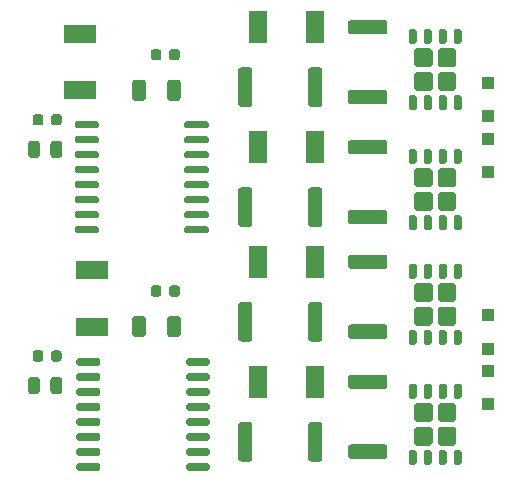
<source format=gbr>
%TF.GenerationSoftware,KiCad,Pcbnew,(5.1.9)-1*%
%TF.CreationDate,2021-03-05T12:04:40-05:00*%
%TF.ProjectId,driver_board,64726976-6572-45f6-926f-6172642e6b69,rev?*%
%TF.SameCoordinates,Original*%
%TF.FileFunction,Paste,Top*%
%TF.FilePolarity,Positive*%
%FSLAX46Y46*%
G04 Gerber Fmt 4.6, Leading zero omitted, Abs format (unit mm)*
G04 Created by KiCad (PCBNEW (5.1.9)-1) date 2021-03-05 12:04:40*
%MOMM*%
%LPD*%
G01*
G04 APERTURE LIST*
%ADD10R,2.700000X1.500000*%
%ADD11R,1.500000X2.700000*%
%ADD12R,1.100000X1.100000*%
G04 APERTURE END LIST*
%TO.C,U2*%
G36*
G01*
X78195000Y-135835000D02*
X78195000Y-136135000D01*
G75*
G02*
X78045000Y-136285000I-150000J0D01*
G01*
X76295000Y-136285000D01*
G75*
G02*
X76145000Y-136135000I0J150000D01*
G01*
X76145000Y-135835000D01*
G75*
G02*
X76295000Y-135685000I150000J0D01*
G01*
X78045000Y-135685000D01*
G75*
G02*
X78195000Y-135835000I0J-150000D01*
G01*
G37*
G36*
G01*
X78195000Y-134565000D02*
X78195000Y-134865000D01*
G75*
G02*
X78045000Y-135015000I-150000J0D01*
G01*
X76295000Y-135015000D01*
G75*
G02*
X76145000Y-134865000I0J150000D01*
G01*
X76145000Y-134565000D01*
G75*
G02*
X76295000Y-134415000I150000J0D01*
G01*
X78045000Y-134415000D01*
G75*
G02*
X78195000Y-134565000I0J-150000D01*
G01*
G37*
G36*
G01*
X78195000Y-133295000D02*
X78195000Y-133595000D01*
G75*
G02*
X78045000Y-133745000I-150000J0D01*
G01*
X76295000Y-133745000D01*
G75*
G02*
X76145000Y-133595000I0J150000D01*
G01*
X76145000Y-133295000D01*
G75*
G02*
X76295000Y-133145000I150000J0D01*
G01*
X78045000Y-133145000D01*
G75*
G02*
X78195000Y-133295000I0J-150000D01*
G01*
G37*
G36*
G01*
X78195000Y-132025000D02*
X78195000Y-132325000D01*
G75*
G02*
X78045000Y-132475000I-150000J0D01*
G01*
X76295000Y-132475000D01*
G75*
G02*
X76145000Y-132325000I0J150000D01*
G01*
X76145000Y-132025000D01*
G75*
G02*
X76295000Y-131875000I150000J0D01*
G01*
X78045000Y-131875000D01*
G75*
G02*
X78195000Y-132025000I0J-150000D01*
G01*
G37*
G36*
G01*
X78195000Y-130755000D02*
X78195000Y-131055000D01*
G75*
G02*
X78045000Y-131205000I-150000J0D01*
G01*
X76295000Y-131205000D01*
G75*
G02*
X76145000Y-131055000I0J150000D01*
G01*
X76145000Y-130755000D01*
G75*
G02*
X76295000Y-130605000I150000J0D01*
G01*
X78045000Y-130605000D01*
G75*
G02*
X78195000Y-130755000I0J-150000D01*
G01*
G37*
G36*
G01*
X78195000Y-129485000D02*
X78195000Y-129785000D01*
G75*
G02*
X78045000Y-129935000I-150000J0D01*
G01*
X76295000Y-129935000D01*
G75*
G02*
X76145000Y-129785000I0J150000D01*
G01*
X76145000Y-129485000D01*
G75*
G02*
X76295000Y-129335000I150000J0D01*
G01*
X78045000Y-129335000D01*
G75*
G02*
X78195000Y-129485000I0J-150000D01*
G01*
G37*
G36*
G01*
X78195000Y-128215000D02*
X78195000Y-128515000D01*
G75*
G02*
X78045000Y-128665000I-150000J0D01*
G01*
X76295000Y-128665000D01*
G75*
G02*
X76145000Y-128515000I0J150000D01*
G01*
X76145000Y-128215000D01*
G75*
G02*
X76295000Y-128065000I150000J0D01*
G01*
X78045000Y-128065000D01*
G75*
G02*
X78195000Y-128215000I0J-150000D01*
G01*
G37*
G36*
G01*
X78195000Y-126945000D02*
X78195000Y-127245000D01*
G75*
G02*
X78045000Y-127395000I-150000J0D01*
G01*
X76295000Y-127395000D01*
G75*
G02*
X76145000Y-127245000I0J150000D01*
G01*
X76145000Y-126945000D01*
G75*
G02*
X76295000Y-126795000I150000J0D01*
G01*
X78045000Y-126795000D01*
G75*
G02*
X78195000Y-126945000I0J-150000D01*
G01*
G37*
G36*
G01*
X87495000Y-126945000D02*
X87495000Y-127245000D01*
G75*
G02*
X87345000Y-127395000I-150000J0D01*
G01*
X85595000Y-127395000D01*
G75*
G02*
X85445000Y-127245000I0J150000D01*
G01*
X85445000Y-126945000D01*
G75*
G02*
X85595000Y-126795000I150000J0D01*
G01*
X87345000Y-126795000D01*
G75*
G02*
X87495000Y-126945000I0J-150000D01*
G01*
G37*
G36*
G01*
X87495000Y-128215000D02*
X87495000Y-128515000D01*
G75*
G02*
X87345000Y-128665000I-150000J0D01*
G01*
X85595000Y-128665000D01*
G75*
G02*
X85445000Y-128515000I0J150000D01*
G01*
X85445000Y-128215000D01*
G75*
G02*
X85595000Y-128065000I150000J0D01*
G01*
X87345000Y-128065000D01*
G75*
G02*
X87495000Y-128215000I0J-150000D01*
G01*
G37*
G36*
G01*
X87495000Y-129485000D02*
X87495000Y-129785000D01*
G75*
G02*
X87345000Y-129935000I-150000J0D01*
G01*
X85595000Y-129935000D01*
G75*
G02*
X85445000Y-129785000I0J150000D01*
G01*
X85445000Y-129485000D01*
G75*
G02*
X85595000Y-129335000I150000J0D01*
G01*
X87345000Y-129335000D01*
G75*
G02*
X87495000Y-129485000I0J-150000D01*
G01*
G37*
G36*
G01*
X87495000Y-130755000D02*
X87495000Y-131055000D01*
G75*
G02*
X87345000Y-131205000I-150000J0D01*
G01*
X85595000Y-131205000D01*
G75*
G02*
X85445000Y-131055000I0J150000D01*
G01*
X85445000Y-130755000D01*
G75*
G02*
X85595000Y-130605000I150000J0D01*
G01*
X87345000Y-130605000D01*
G75*
G02*
X87495000Y-130755000I0J-150000D01*
G01*
G37*
G36*
G01*
X87495000Y-132025000D02*
X87495000Y-132325000D01*
G75*
G02*
X87345000Y-132475000I-150000J0D01*
G01*
X85595000Y-132475000D01*
G75*
G02*
X85445000Y-132325000I0J150000D01*
G01*
X85445000Y-132025000D01*
G75*
G02*
X85595000Y-131875000I150000J0D01*
G01*
X87345000Y-131875000D01*
G75*
G02*
X87495000Y-132025000I0J-150000D01*
G01*
G37*
G36*
G01*
X87495000Y-133295000D02*
X87495000Y-133595000D01*
G75*
G02*
X87345000Y-133745000I-150000J0D01*
G01*
X85595000Y-133745000D01*
G75*
G02*
X85445000Y-133595000I0J150000D01*
G01*
X85445000Y-133295000D01*
G75*
G02*
X85595000Y-133145000I150000J0D01*
G01*
X87345000Y-133145000D01*
G75*
G02*
X87495000Y-133295000I0J-150000D01*
G01*
G37*
G36*
G01*
X87495000Y-134565000D02*
X87495000Y-134865000D01*
G75*
G02*
X87345000Y-135015000I-150000J0D01*
G01*
X85595000Y-135015000D01*
G75*
G02*
X85445000Y-134865000I0J150000D01*
G01*
X85445000Y-134565000D01*
G75*
G02*
X85595000Y-134415000I150000J0D01*
G01*
X87345000Y-134415000D01*
G75*
G02*
X87495000Y-134565000I0J-150000D01*
G01*
G37*
G36*
G01*
X87495000Y-135835000D02*
X87495000Y-136135000D01*
G75*
G02*
X87345000Y-136285000I-150000J0D01*
G01*
X85595000Y-136285000D01*
G75*
G02*
X85445000Y-136135000I0J150000D01*
G01*
X85445000Y-135835000D01*
G75*
G02*
X85595000Y-135685000I150000J0D01*
G01*
X87345000Y-135685000D01*
G75*
G02*
X87495000Y-135835000I0J-150000D01*
G01*
G37*
%TD*%
%TO.C,U1*%
G36*
G01*
X78330000Y-155925000D02*
X78330000Y-156225000D01*
G75*
G02*
X78180000Y-156375000I-150000J0D01*
G01*
X76430000Y-156375000D01*
G75*
G02*
X76280000Y-156225000I0J150000D01*
G01*
X76280000Y-155925000D01*
G75*
G02*
X76430000Y-155775000I150000J0D01*
G01*
X78180000Y-155775000D01*
G75*
G02*
X78330000Y-155925000I0J-150000D01*
G01*
G37*
G36*
G01*
X78330000Y-154655000D02*
X78330000Y-154955000D01*
G75*
G02*
X78180000Y-155105000I-150000J0D01*
G01*
X76430000Y-155105000D01*
G75*
G02*
X76280000Y-154955000I0J150000D01*
G01*
X76280000Y-154655000D01*
G75*
G02*
X76430000Y-154505000I150000J0D01*
G01*
X78180000Y-154505000D01*
G75*
G02*
X78330000Y-154655000I0J-150000D01*
G01*
G37*
G36*
G01*
X78330000Y-153385000D02*
X78330000Y-153685000D01*
G75*
G02*
X78180000Y-153835000I-150000J0D01*
G01*
X76430000Y-153835000D01*
G75*
G02*
X76280000Y-153685000I0J150000D01*
G01*
X76280000Y-153385000D01*
G75*
G02*
X76430000Y-153235000I150000J0D01*
G01*
X78180000Y-153235000D01*
G75*
G02*
X78330000Y-153385000I0J-150000D01*
G01*
G37*
G36*
G01*
X78330000Y-152115000D02*
X78330000Y-152415000D01*
G75*
G02*
X78180000Y-152565000I-150000J0D01*
G01*
X76430000Y-152565000D01*
G75*
G02*
X76280000Y-152415000I0J150000D01*
G01*
X76280000Y-152115000D01*
G75*
G02*
X76430000Y-151965000I150000J0D01*
G01*
X78180000Y-151965000D01*
G75*
G02*
X78330000Y-152115000I0J-150000D01*
G01*
G37*
G36*
G01*
X78330000Y-150845000D02*
X78330000Y-151145000D01*
G75*
G02*
X78180000Y-151295000I-150000J0D01*
G01*
X76430000Y-151295000D01*
G75*
G02*
X76280000Y-151145000I0J150000D01*
G01*
X76280000Y-150845000D01*
G75*
G02*
X76430000Y-150695000I150000J0D01*
G01*
X78180000Y-150695000D01*
G75*
G02*
X78330000Y-150845000I0J-150000D01*
G01*
G37*
G36*
G01*
X78330000Y-149575000D02*
X78330000Y-149875000D01*
G75*
G02*
X78180000Y-150025000I-150000J0D01*
G01*
X76430000Y-150025000D01*
G75*
G02*
X76280000Y-149875000I0J150000D01*
G01*
X76280000Y-149575000D01*
G75*
G02*
X76430000Y-149425000I150000J0D01*
G01*
X78180000Y-149425000D01*
G75*
G02*
X78330000Y-149575000I0J-150000D01*
G01*
G37*
G36*
G01*
X78330000Y-148305000D02*
X78330000Y-148605000D01*
G75*
G02*
X78180000Y-148755000I-150000J0D01*
G01*
X76430000Y-148755000D01*
G75*
G02*
X76280000Y-148605000I0J150000D01*
G01*
X76280000Y-148305000D01*
G75*
G02*
X76430000Y-148155000I150000J0D01*
G01*
X78180000Y-148155000D01*
G75*
G02*
X78330000Y-148305000I0J-150000D01*
G01*
G37*
G36*
G01*
X78330000Y-147035000D02*
X78330000Y-147335000D01*
G75*
G02*
X78180000Y-147485000I-150000J0D01*
G01*
X76430000Y-147485000D01*
G75*
G02*
X76280000Y-147335000I0J150000D01*
G01*
X76280000Y-147035000D01*
G75*
G02*
X76430000Y-146885000I150000J0D01*
G01*
X78180000Y-146885000D01*
G75*
G02*
X78330000Y-147035000I0J-150000D01*
G01*
G37*
G36*
G01*
X87630000Y-147035000D02*
X87630000Y-147335000D01*
G75*
G02*
X87480000Y-147485000I-150000J0D01*
G01*
X85730000Y-147485000D01*
G75*
G02*
X85580000Y-147335000I0J150000D01*
G01*
X85580000Y-147035000D01*
G75*
G02*
X85730000Y-146885000I150000J0D01*
G01*
X87480000Y-146885000D01*
G75*
G02*
X87630000Y-147035000I0J-150000D01*
G01*
G37*
G36*
G01*
X87630000Y-148305000D02*
X87630000Y-148605000D01*
G75*
G02*
X87480000Y-148755000I-150000J0D01*
G01*
X85730000Y-148755000D01*
G75*
G02*
X85580000Y-148605000I0J150000D01*
G01*
X85580000Y-148305000D01*
G75*
G02*
X85730000Y-148155000I150000J0D01*
G01*
X87480000Y-148155000D01*
G75*
G02*
X87630000Y-148305000I0J-150000D01*
G01*
G37*
G36*
G01*
X87630000Y-149575000D02*
X87630000Y-149875000D01*
G75*
G02*
X87480000Y-150025000I-150000J0D01*
G01*
X85730000Y-150025000D01*
G75*
G02*
X85580000Y-149875000I0J150000D01*
G01*
X85580000Y-149575000D01*
G75*
G02*
X85730000Y-149425000I150000J0D01*
G01*
X87480000Y-149425000D01*
G75*
G02*
X87630000Y-149575000I0J-150000D01*
G01*
G37*
G36*
G01*
X87630000Y-150845000D02*
X87630000Y-151145000D01*
G75*
G02*
X87480000Y-151295000I-150000J0D01*
G01*
X85730000Y-151295000D01*
G75*
G02*
X85580000Y-151145000I0J150000D01*
G01*
X85580000Y-150845000D01*
G75*
G02*
X85730000Y-150695000I150000J0D01*
G01*
X87480000Y-150695000D01*
G75*
G02*
X87630000Y-150845000I0J-150000D01*
G01*
G37*
G36*
G01*
X87630000Y-152115000D02*
X87630000Y-152415000D01*
G75*
G02*
X87480000Y-152565000I-150000J0D01*
G01*
X85730000Y-152565000D01*
G75*
G02*
X85580000Y-152415000I0J150000D01*
G01*
X85580000Y-152115000D01*
G75*
G02*
X85730000Y-151965000I150000J0D01*
G01*
X87480000Y-151965000D01*
G75*
G02*
X87630000Y-152115000I0J-150000D01*
G01*
G37*
G36*
G01*
X87630000Y-153385000D02*
X87630000Y-153685000D01*
G75*
G02*
X87480000Y-153835000I-150000J0D01*
G01*
X85730000Y-153835000D01*
G75*
G02*
X85580000Y-153685000I0J150000D01*
G01*
X85580000Y-153385000D01*
G75*
G02*
X85730000Y-153235000I150000J0D01*
G01*
X87480000Y-153235000D01*
G75*
G02*
X87630000Y-153385000I0J-150000D01*
G01*
G37*
G36*
G01*
X87630000Y-154655000D02*
X87630000Y-154955000D01*
G75*
G02*
X87480000Y-155105000I-150000J0D01*
G01*
X85730000Y-155105000D01*
G75*
G02*
X85580000Y-154955000I0J150000D01*
G01*
X85580000Y-154655000D01*
G75*
G02*
X85730000Y-154505000I150000J0D01*
G01*
X87480000Y-154505000D01*
G75*
G02*
X87630000Y-154655000I0J-150000D01*
G01*
G37*
G36*
G01*
X87630000Y-155925000D02*
X87630000Y-156225000D01*
G75*
G02*
X87480000Y-156375000I-150000J0D01*
G01*
X85730000Y-156375000D01*
G75*
G02*
X85580000Y-156225000I0J150000D01*
G01*
X85580000Y-155925000D01*
G75*
G02*
X85730000Y-155775000I150000J0D01*
G01*
X87480000Y-155775000D01*
G75*
G02*
X87630000Y-155925000I0J-150000D01*
G01*
G37*
%TD*%
%TO.C,Q1*%
G36*
G01*
X104600000Y-149025000D02*
X104950000Y-149025000D01*
G75*
G02*
X105125000Y-149200000I0J-175000D01*
G01*
X105125000Y-150120000D01*
G75*
G02*
X104950000Y-150295000I-175000J0D01*
G01*
X104600000Y-150295000D01*
G75*
G02*
X104425000Y-150120000I0J175000D01*
G01*
X104425000Y-149200000D01*
G75*
G02*
X104600000Y-149025000I175000J0D01*
G01*
G37*
G36*
G01*
X105870000Y-149025000D02*
X106220000Y-149025000D01*
G75*
G02*
X106395000Y-149200000I0J-175000D01*
G01*
X106395000Y-150120000D01*
G75*
G02*
X106220000Y-150295000I-175000J0D01*
G01*
X105870000Y-150295000D01*
G75*
G02*
X105695000Y-150120000I0J175000D01*
G01*
X105695000Y-149200000D01*
G75*
G02*
X105870000Y-149025000I175000J0D01*
G01*
G37*
G36*
G01*
X107140000Y-149025000D02*
X107490000Y-149025000D01*
G75*
G02*
X107665000Y-149200000I0J-175000D01*
G01*
X107665000Y-150120000D01*
G75*
G02*
X107490000Y-150295000I-175000J0D01*
G01*
X107140000Y-150295000D01*
G75*
G02*
X106965000Y-150120000I0J175000D01*
G01*
X106965000Y-149200000D01*
G75*
G02*
X107140000Y-149025000I175000J0D01*
G01*
G37*
G36*
G01*
X105094400Y-152660000D02*
X106265600Y-152660000D01*
G75*
G02*
X106480000Y-152874400I0J-214400D01*
G01*
X106480000Y-154045600D01*
G75*
G02*
X106265600Y-154260000I-214400J0D01*
G01*
X105094400Y-154260000D01*
G75*
G02*
X104880000Y-154045600I0J214400D01*
G01*
X104880000Y-152874400D01*
G75*
G02*
X105094400Y-152660000I214400J0D01*
G01*
G37*
G36*
G01*
X107094400Y-152660000D02*
X108265600Y-152660000D01*
G75*
G02*
X108480000Y-152874400I0J-214400D01*
G01*
X108480000Y-154045600D01*
G75*
G02*
X108265600Y-154260000I-214400J0D01*
G01*
X107094400Y-154260000D01*
G75*
G02*
X106880000Y-154045600I0J214400D01*
G01*
X106880000Y-152874400D01*
G75*
G02*
X107094400Y-152660000I214400J0D01*
G01*
G37*
G36*
G01*
X105094400Y-150660000D02*
X106265600Y-150660000D01*
G75*
G02*
X106480000Y-150874400I0J-214400D01*
G01*
X106480000Y-152045600D01*
G75*
G02*
X106265600Y-152260000I-214400J0D01*
G01*
X105094400Y-152260000D01*
G75*
G02*
X104880000Y-152045600I0J214400D01*
G01*
X104880000Y-150874400D01*
G75*
G02*
X105094400Y-150660000I214400J0D01*
G01*
G37*
G36*
G01*
X107094400Y-150660000D02*
X108265600Y-150660000D01*
G75*
G02*
X108480000Y-150874400I0J-214400D01*
G01*
X108480000Y-152045600D01*
G75*
G02*
X108265600Y-152260000I-214400J0D01*
G01*
X107094400Y-152260000D01*
G75*
G02*
X106880000Y-152045600I0J214400D01*
G01*
X106880000Y-150874400D01*
G75*
G02*
X107094400Y-150660000I214400J0D01*
G01*
G37*
G36*
G01*
X108410000Y-154625000D02*
X108760000Y-154625000D01*
G75*
G02*
X108935000Y-154800000I0J-175000D01*
G01*
X108935000Y-155720000D01*
G75*
G02*
X108760000Y-155895000I-175000J0D01*
G01*
X108410000Y-155895000D01*
G75*
G02*
X108235000Y-155720000I0J175000D01*
G01*
X108235000Y-154800000D01*
G75*
G02*
X108410000Y-154625000I175000J0D01*
G01*
G37*
G36*
G01*
X107140000Y-154625000D02*
X107490000Y-154625000D01*
G75*
G02*
X107665000Y-154800000I0J-175000D01*
G01*
X107665000Y-155720000D01*
G75*
G02*
X107490000Y-155895000I-175000J0D01*
G01*
X107140000Y-155895000D01*
G75*
G02*
X106965000Y-155720000I0J175000D01*
G01*
X106965000Y-154800000D01*
G75*
G02*
X107140000Y-154625000I175000J0D01*
G01*
G37*
G36*
G01*
X105870000Y-154625000D02*
X106220000Y-154625000D01*
G75*
G02*
X106395000Y-154800000I0J-175000D01*
G01*
X106395000Y-155720000D01*
G75*
G02*
X106220000Y-155895000I-175000J0D01*
G01*
X105870000Y-155895000D01*
G75*
G02*
X105695000Y-155720000I0J175000D01*
G01*
X105695000Y-154800000D01*
G75*
G02*
X105870000Y-154625000I175000J0D01*
G01*
G37*
G36*
G01*
X104600000Y-154625000D02*
X104950000Y-154625000D01*
G75*
G02*
X105125000Y-154800000I0J-175000D01*
G01*
X105125000Y-155720000D01*
G75*
G02*
X104950000Y-155895000I-175000J0D01*
G01*
X104600000Y-155895000D01*
G75*
G02*
X104425000Y-155720000I0J175000D01*
G01*
X104425000Y-154800000D01*
G75*
G02*
X104600000Y-154625000I175000J0D01*
G01*
G37*
G36*
G01*
X108410000Y-149025000D02*
X108760000Y-149025000D01*
G75*
G02*
X108935000Y-149200000I0J-175000D01*
G01*
X108935000Y-150120000D01*
G75*
G02*
X108760000Y-150295000I-175000J0D01*
G01*
X108410000Y-150295000D01*
G75*
G02*
X108235000Y-150120000I0J175000D01*
G01*
X108235000Y-149200000D01*
G75*
G02*
X108410000Y-149025000I175000J0D01*
G01*
G37*
%TD*%
%TO.C,Q2*%
G36*
G01*
X104600000Y-138865000D02*
X104950000Y-138865000D01*
G75*
G02*
X105125000Y-139040000I0J-175000D01*
G01*
X105125000Y-139960000D01*
G75*
G02*
X104950000Y-140135000I-175000J0D01*
G01*
X104600000Y-140135000D01*
G75*
G02*
X104425000Y-139960000I0J175000D01*
G01*
X104425000Y-139040000D01*
G75*
G02*
X104600000Y-138865000I175000J0D01*
G01*
G37*
G36*
G01*
X105870000Y-138865000D02*
X106220000Y-138865000D01*
G75*
G02*
X106395000Y-139040000I0J-175000D01*
G01*
X106395000Y-139960000D01*
G75*
G02*
X106220000Y-140135000I-175000J0D01*
G01*
X105870000Y-140135000D01*
G75*
G02*
X105695000Y-139960000I0J175000D01*
G01*
X105695000Y-139040000D01*
G75*
G02*
X105870000Y-138865000I175000J0D01*
G01*
G37*
G36*
G01*
X107140000Y-138865000D02*
X107490000Y-138865000D01*
G75*
G02*
X107665000Y-139040000I0J-175000D01*
G01*
X107665000Y-139960000D01*
G75*
G02*
X107490000Y-140135000I-175000J0D01*
G01*
X107140000Y-140135000D01*
G75*
G02*
X106965000Y-139960000I0J175000D01*
G01*
X106965000Y-139040000D01*
G75*
G02*
X107140000Y-138865000I175000J0D01*
G01*
G37*
G36*
G01*
X105094400Y-142500000D02*
X106265600Y-142500000D01*
G75*
G02*
X106480000Y-142714400I0J-214400D01*
G01*
X106480000Y-143885600D01*
G75*
G02*
X106265600Y-144100000I-214400J0D01*
G01*
X105094400Y-144100000D01*
G75*
G02*
X104880000Y-143885600I0J214400D01*
G01*
X104880000Y-142714400D01*
G75*
G02*
X105094400Y-142500000I214400J0D01*
G01*
G37*
G36*
G01*
X107094400Y-142500000D02*
X108265600Y-142500000D01*
G75*
G02*
X108480000Y-142714400I0J-214400D01*
G01*
X108480000Y-143885600D01*
G75*
G02*
X108265600Y-144100000I-214400J0D01*
G01*
X107094400Y-144100000D01*
G75*
G02*
X106880000Y-143885600I0J214400D01*
G01*
X106880000Y-142714400D01*
G75*
G02*
X107094400Y-142500000I214400J0D01*
G01*
G37*
G36*
G01*
X105094400Y-140500000D02*
X106265600Y-140500000D01*
G75*
G02*
X106480000Y-140714400I0J-214400D01*
G01*
X106480000Y-141885600D01*
G75*
G02*
X106265600Y-142100000I-214400J0D01*
G01*
X105094400Y-142100000D01*
G75*
G02*
X104880000Y-141885600I0J214400D01*
G01*
X104880000Y-140714400D01*
G75*
G02*
X105094400Y-140500000I214400J0D01*
G01*
G37*
G36*
G01*
X107094400Y-140500000D02*
X108265600Y-140500000D01*
G75*
G02*
X108480000Y-140714400I0J-214400D01*
G01*
X108480000Y-141885600D01*
G75*
G02*
X108265600Y-142100000I-214400J0D01*
G01*
X107094400Y-142100000D01*
G75*
G02*
X106880000Y-141885600I0J214400D01*
G01*
X106880000Y-140714400D01*
G75*
G02*
X107094400Y-140500000I214400J0D01*
G01*
G37*
G36*
G01*
X108410000Y-144465000D02*
X108760000Y-144465000D01*
G75*
G02*
X108935000Y-144640000I0J-175000D01*
G01*
X108935000Y-145560000D01*
G75*
G02*
X108760000Y-145735000I-175000J0D01*
G01*
X108410000Y-145735000D01*
G75*
G02*
X108235000Y-145560000I0J175000D01*
G01*
X108235000Y-144640000D01*
G75*
G02*
X108410000Y-144465000I175000J0D01*
G01*
G37*
G36*
G01*
X107140000Y-144465000D02*
X107490000Y-144465000D01*
G75*
G02*
X107665000Y-144640000I0J-175000D01*
G01*
X107665000Y-145560000D01*
G75*
G02*
X107490000Y-145735000I-175000J0D01*
G01*
X107140000Y-145735000D01*
G75*
G02*
X106965000Y-145560000I0J175000D01*
G01*
X106965000Y-144640000D01*
G75*
G02*
X107140000Y-144465000I175000J0D01*
G01*
G37*
G36*
G01*
X105870000Y-144465000D02*
X106220000Y-144465000D01*
G75*
G02*
X106395000Y-144640000I0J-175000D01*
G01*
X106395000Y-145560000D01*
G75*
G02*
X106220000Y-145735000I-175000J0D01*
G01*
X105870000Y-145735000D01*
G75*
G02*
X105695000Y-145560000I0J175000D01*
G01*
X105695000Y-144640000D01*
G75*
G02*
X105870000Y-144465000I175000J0D01*
G01*
G37*
G36*
G01*
X104600000Y-144465000D02*
X104950000Y-144465000D01*
G75*
G02*
X105125000Y-144640000I0J-175000D01*
G01*
X105125000Y-145560000D01*
G75*
G02*
X104950000Y-145735000I-175000J0D01*
G01*
X104600000Y-145735000D01*
G75*
G02*
X104425000Y-145560000I0J175000D01*
G01*
X104425000Y-144640000D01*
G75*
G02*
X104600000Y-144465000I175000J0D01*
G01*
G37*
G36*
G01*
X108410000Y-138865000D02*
X108760000Y-138865000D01*
G75*
G02*
X108935000Y-139040000I0J-175000D01*
G01*
X108935000Y-139960000D01*
G75*
G02*
X108760000Y-140135000I-175000J0D01*
G01*
X108410000Y-140135000D01*
G75*
G02*
X108235000Y-139960000I0J175000D01*
G01*
X108235000Y-139040000D01*
G75*
G02*
X108410000Y-138865000I175000J0D01*
G01*
G37*
%TD*%
%TO.C,Q5*%
G36*
G01*
X104600000Y-129165000D02*
X104950000Y-129165000D01*
G75*
G02*
X105125000Y-129340000I0J-175000D01*
G01*
X105125000Y-130260000D01*
G75*
G02*
X104950000Y-130435000I-175000J0D01*
G01*
X104600000Y-130435000D01*
G75*
G02*
X104425000Y-130260000I0J175000D01*
G01*
X104425000Y-129340000D01*
G75*
G02*
X104600000Y-129165000I175000J0D01*
G01*
G37*
G36*
G01*
X105870000Y-129165000D02*
X106220000Y-129165000D01*
G75*
G02*
X106395000Y-129340000I0J-175000D01*
G01*
X106395000Y-130260000D01*
G75*
G02*
X106220000Y-130435000I-175000J0D01*
G01*
X105870000Y-130435000D01*
G75*
G02*
X105695000Y-130260000I0J175000D01*
G01*
X105695000Y-129340000D01*
G75*
G02*
X105870000Y-129165000I175000J0D01*
G01*
G37*
G36*
G01*
X107140000Y-129165000D02*
X107490000Y-129165000D01*
G75*
G02*
X107665000Y-129340000I0J-175000D01*
G01*
X107665000Y-130260000D01*
G75*
G02*
X107490000Y-130435000I-175000J0D01*
G01*
X107140000Y-130435000D01*
G75*
G02*
X106965000Y-130260000I0J175000D01*
G01*
X106965000Y-129340000D01*
G75*
G02*
X107140000Y-129165000I175000J0D01*
G01*
G37*
G36*
G01*
X105094400Y-132800000D02*
X106265600Y-132800000D01*
G75*
G02*
X106480000Y-133014400I0J-214400D01*
G01*
X106480000Y-134185600D01*
G75*
G02*
X106265600Y-134400000I-214400J0D01*
G01*
X105094400Y-134400000D01*
G75*
G02*
X104880000Y-134185600I0J214400D01*
G01*
X104880000Y-133014400D01*
G75*
G02*
X105094400Y-132800000I214400J0D01*
G01*
G37*
G36*
G01*
X107094400Y-132800000D02*
X108265600Y-132800000D01*
G75*
G02*
X108480000Y-133014400I0J-214400D01*
G01*
X108480000Y-134185600D01*
G75*
G02*
X108265600Y-134400000I-214400J0D01*
G01*
X107094400Y-134400000D01*
G75*
G02*
X106880000Y-134185600I0J214400D01*
G01*
X106880000Y-133014400D01*
G75*
G02*
X107094400Y-132800000I214400J0D01*
G01*
G37*
G36*
G01*
X105094400Y-130800000D02*
X106265600Y-130800000D01*
G75*
G02*
X106480000Y-131014400I0J-214400D01*
G01*
X106480000Y-132185600D01*
G75*
G02*
X106265600Y-132400000I-214400J0D01*
G01*
X105094400Y-132400000D01*
G75*
G02*
X104880000Y-132185600I0J214400D01*
G01*
X104880000Y-131014400D01*
G75*
G02*
X105094400Y-130800000I214400J0D01*
G01*
G37*
G36*
G01*
X107094400Y-130800000D02*
X108265600Y-130800000D01*
G75*
G02*
X108480000Y-131014400I0J-214400D01*
G01*
X108480000Y-132185600D01*
G75*
G02*
X108265600Y-132400000I-214400J0D01*
G01*
X107094400Y-132400000D01*
G75*
G02*
X106880000Y-132185600I0J214400D01*
G01*
X106880000Y-131014400D01*
G75*
G02*
X107094400Y-130800000I214400J0D01*
G01*
G37*
G36*
G01*
X108410000Y-134765000D02*
X108760000Y-134765000D01*
G75*
G02*
X108935000Y-134940000I0J-175000D01*
G01*
X108935000Y-135860000D01*
G75*
G02*
X108760000Y-136035000I-175000J0D01*
G01*
X108410000Y-136035000D01*
G75*
G02*
X108235000Y-135860000I0J175000D01*
G01*
X108235000Y-134940000D01*
G75*
G02*
X108410000Y-134765000I175000J0D01*
G01*
G37*
G36*
G01*
X107140000Y-134765000D02*
X107490000Y-134765000D01*
G75*
G02*
X107665000Y-134940000I0J-175000D01*
G01*
X107665000Y-135860000D01*
G75*
G02*
X107490000Y-136035000I-175000J0D01*
G01*
X107140000Y-136035000D01*
G75*
G02*
X106965000Y-135860000I0J175000D01*
G01*
X106965000Y-134940000D01*
G75*
G02*
X107140000Y-134765000I175000J0D01*
G01*
G37*
G36*
G01*
X105870000Y-134765000D02*
X106220000Y-134765000D01*
G75*
G02*
X106395000Y-134940000I0J-175000D01*
G01*
X106395000Y-135860000D01*
G75*
G02*
X106220000Y-136035000I-175000J0D01*
G01*
X105870000Y-136035000D01*
G75*
G02*
X105695000Y-135860000I0J175000D01*
G01*
X105695000Y-134940000D01*
G75*
G02*
X105870000Y-134765000I175000J0D01*
G01*
G37*
G36*
G01*
X104600000Y-134765000D02*
X104950000Y-134765000D01*
G75*
G02*
X105125000Y-134940000I0J-175000D01*
G01*
X105125000Y-135860000D01*
G75*
G02*
X104950000Y-136035000I-175000J0D01*
G01*
X104600000Y-136035000D01*
G75*
G02*
X104425000Y-135860000I0J175000D01*
G01*
X104425000Y-134940000D01*
G75*
G02*
X104600000Y-134765000I175000J0D01*
G01*
G37*
G36*
G01*
X108410000Y-129165000D02*
X108760000Y-129165000D01*
G75*
G02*
X108935000Y-129340000I0J-175000D01*
G01*
X108935000Y-130260000D01*
G75*
G02*
X108760000Y-130435000I-175000J0D01*
G01*
X108410000Y-130435000D01*
G75*
G02*
X108235000Y-130260000I0J175000D01*
G01*
X108235000Y-129340000D01*
G75*
G02*
X108410000Y-129165000I175000J0D01*
G01*
G37*
%TD*%
%TO.C,Q6*%
G36*
G01*
X104600000Y-119005000D02*
X104950000Y-119005000D01*
G75*
G02*
X105125000Y-119180000I0J-175000D01*
G01*
X105125000Y-120100000D01*
G75*
G02*
X104950000Y-120275000I-175000J0D01*
G01*
X104600000Y-120275000D01*
G75*
G02*
X104425000Y-120100000I0J175000D01*
G01*
X104425000Y-119180000D01*
G75*
G02*
X104600000Y-119005000I175000J0D01*
G01*
G37*
G36*
G01*
X105870000Y-119005000D02*
X106220000Y-119005000D01*
G75*
G02*
X106395000Y-119180000I0J-175000D01*
G01*
X106395000Y-120100000D01*
G75*
G02*
X106220000Y-120275000I-175000J0D01*
G01*
X105870000Y-120275000D01*
G75*
G02*
X105695000Y-120100000I0J175000D01*
G01*
X105695000Y-119180000D01*
G75*
G02*
X105870000Y-119005000I175000J0D01*
G01*
G37*
G36*
G01*
X107140000Y-119005000D02*
X107490000Y-119005000D01*
G75*
G02*
X107665000Y-119180000I0J-175000D01*
G01*
X107665000Y-120100000D01*
G75*
G02*
X107490000Y-120275000I-175000J0D01*
G01*
X107140000Y-120275000D01*
G75*
G02*
X106965000Y-120100000I0J175000D01*
G01*
X106965000Y-119180000D01*
G75*
G02*
X107140000Y-119005000I175000J0D01*
G01*
G37*
G36*
G01*
X105094400Y-122640000D02*
X106265600Y-122640000D01*
G75*
G02*
X106480000Y-122854400I0J-214400D01*
G01*
X106480000Y-124025600D01*
G75*
G02*
X106265600Y-124240000I-214400J0D01*
G01*
X105094400Y-124240000D01*
G75*
G02*
X104880000Y-124025600I0J214400D01*
G01*
X104880000Y-122854400D01*
G75*
G02*
X105094400Y-122640000I214400J0D01*
G01*
G37*
G36*
G01*
X107094400Y-122640000D02*
X108265600Y-122640000D01*
G75*
G02*
X108480000Y-122854400I0J-214400D01*
G01*
X108480000Y-124025600D01*
G75*
G02*
X108265600Y-124240000I-214400J0D01*
G01*
X107094400Y-124240000D01*
G75*
G02*
X106880000Y-124025600I0J214400D01*
G01*
X106880000Y-122854400D01*
G75*
G02*
X107094400Y-122640000I214400J0D01*
G01*
G37*
G36*
G01*
X105094400Y-120640000D02*
X106265600Y-120640000D01*
G75*
G02*
X106480000Y-120854400I0J-214400D01*
G01*
X106480000Y-122025600D01*
G75*
G02*
X106265600Y-122240000I-214400J0D01*
G01*
X105094400Y-122240000D01*
G75*
G02*
X104880000Y-122025600I0J214400D01*
G01*
X104880000Y-120854400D01*
G75*
G02*
X105094400Y-120640000I214400J0D01*
G01*
G37*
G36*
G01*
X107094400Y-120640000D02*
X108265600Y-120640000D01*
G75*
G02*
X108480000Y-120854400I0J-214400D01*
G01*
X108480000Y-122025600D01*
G75*
G02*
X108265600Y-122240000I-214400J0D01*
G01*
X107094400Y-122240000D01*
G75*
G02*
X106880000Y-122025600I0J214400D01*
G01*
X106880000Y-120854400D01*
G75*
G02*
X107094400Y-120640000I214400J0D01*
G01*
G37*
G36*
G01*
X108410000Y-124605000D02*
X108760000Y-124605000D01*
G75*
G02*
X108935000Y-124780000I0J-175000D01*
G01*
X108935000Y-125700000D01*
G75*
G02*
X108760000Y-125875000I-175000J0D01*
G01*
X108410000Y-125875000D01*
G75*
G02*
X108235000Y-125700000I0J175000D01*
G01*
X108235000Y-124780000D01*
G75*
G02*
X108410000Y-124605000I175000J0D01*
G01*
G37*
G36*
G01*
X107140000Y-124605000D02*
X107490000Y-124605000D01*
G75*
G02*
X107665000Y-124780000I0J-175000D01*
G01*
X107665000Y-125700000D01*
G75*
G02*
X107490000Y-125875000I-175000J0D01*
G01*
X107140000Y-125875000D01*
G75*
G02*
X106965000Y-125700000I0J175000D01*
G01*
X106965000Y-124780000D01*
G75*
G02*
X107140000Y-124605000I175000J0D01*
G01*
G37*
G36*
G01*
X105870000Y-124605000D02*
X106220000Y-124605000D01*
G75*
G02*
X106395000Y-124780000I0J-175000D01*
G01*
X106395000Y-125700000D01*
G75*
G02*
X106220000Y-125875000I-175000J0D01*
G01*
X105870000Y-125875000D01*
G75*
G02*
X105695000Y-125700000I0J175000D01*
G01*
X105695000Y-124780000D01*
G75*
G02*
X105870000Y-124605000I175000J0D01*
G01*
G37*
G36*
G01*
X104600000Y-124605000D02*
X104950000Y-124605000D01*
G75*
G02*
X105125000Y-124780000I0J-175000D01*
G01*
X105125000Y-125700000D01*
G75*
G02*
X104950000Y-125875000I-175000J0D01*
G01*
X104600000Y-125875000D01*
G75*
G02*
X104425000Y-125700000I0J175000D01*
G01*
X104425000Y-124780000D01*
G75*
G02*
X104600000Y-124605000I175000J0D01*
G01*
G37*
G36*
G01*
X108410000Y-119005000D02*
X108760000Y-119005000D01*
G75*
G02*
X108935000Y-119180000I0J-175000D01*
G01*
X108935000Y-120100000D01*
G75*
G02*
X108760000Y-120275000I-175000J0D01*
G01*
X108410000Y-120275000D01*
G75*
G02*
X108235000Y-120100000I0J175000D01*
G01*
X108235000Y-119180000D01*
G75*
G02*
X108410000Y-119005000I175000J0D01*
G01*
G37*
%TD*%
%TO.C,C5*%
G36*
G01*
X82180000Y-123534999D02*
X82180000Y-124835001D01*
G75*
G02*
X81930001Y-125085000I-249999J0D01*
G01*
X81279999Y-125085000D01*
G75*
G02*
X81030000Y-124835001I0J249999D01*
G01*
X81030000Y-123534999D01*
G75*
G02*
X81279999Y-123285000I249999J0D01*
G01*
X81930001Y-123285000D01*
G75*
G02*
X82180000Y-123534999I0J-249999D01*
G01*
G37*
G36*
G01*
X85130000Y-123534999D02*
X85130000Y-124835001D01*
G75*
G02*
X84880001Y-125085000I-249999J0D01*
G01*
X84229999Y-125085000D01*
G75*
G02*
X83980000Y-124835001I0J249999D01*
G01*
X83980000Y-123534999D01*
G75*
G02*
X84229999Y-123285000I249999J0D01*
G01*
X84880001Y-123285000D01*
G75*
G02*
X85130000Y-123534999I0J-249999D01*
G01*
G37*
%TD*%
%TO.C,C3*%
G36*
G01*
X82180000Y-143534999D02*
X82180000Y-144835001D01*
G75*
G02*
X81930001Y-145085000I-249999J0D01*
G01*
X81279999Y-145085000D01*
G75*
G02*
X81030000Y-144835001I0J249999D01*
G01*
X81030000Y-143534999D01*
G75*
G02*
X81279999Y-143285000I249999J0D01*
G01*
X81930001Y-143285000D01*
G75*
G02*
X82180000Y-143534999I0J-249999D01*
G01*
G37*
G36*
G01*
X85130000Y-143534999D02*
X85130000Y-144835001D01*
G75*
G02*
X84880001Y-145085000I-249999J0D01*
G01*
X84229999Y-145085000D01*
G75*
G02*
X83980000Y-144835001I0J249999D01*
G01*
X83980000Y-143534999D01*
G75*
G02*
X84229999Y-143285000I249999J0D01*
G01*
X84880001Y-143285000D01*
G75*
G02*
X85130000Y-143534999I0J-249999D01*
G01*
G37*
%TD*%
%TO.C,C7*%
G36*
G01*
X83505000Y-120935000D02*
X83505000Y-121435000D01*
G75*
G02*
X83280000Y-121660000I-225000J0D01*
G01*
X82830000Y-121660000D01*
G75*
G02*
X82605000Y-121435000I0J225000D01*
G01*
X82605000Y-120935000D01*
G75*
G02*
X82830000Y-120710000I225000J0D01*
G01*
X83280000Y-120710000D01*
G75*
G02*
X83505000Y-120935000I0J-225000D01*
G01*
G37*
G36*
G01*
X85055000Y-120935000D02*
X85055000Y-121435000D01*
G75*
G02*
X84830000Y-121660000I-225000J0D01*
G01*
X84380000Y-121660000D01*
G75*
G02*
X84155000Y-121435000I0J225000D01*
G01*
X84155000Y-120935000D01*
G75*
G02*
X84380000Y-120710000I225000J0D01*
G01*
X84830000Y-120710000D01*
G75*
G02*
X85055000Y-120935000I0J-225000D01*
G01*
G37*
%TD*%
%TO.C,C4*%
G36*
G01*
X83505000Y-140935000D02*
X83505000Y-141435000D01*
G75*
G02*
X83280000Y-141660000I-225000J0D01*
G01*
X82830000Y-141660000D01*
G75*
G02*
X82605000Y-141435000I0J225000D01*
G01*
X82605000Y-140935000D01*
G75*
G02*
X82830000Y-140710000I225000J0D01*
G01*
X83280000Y-140710000D01*
G75*
G02*
X83505000Y-140935000I0J-225000D01*
G01*
G37*
G36*
G01*
X85055000Y-140935000D02*
X85055000Y-141435000D01*
G75*
G02*
X84830000Y-141660000I-225000J0D01*
G01*
X84380000Y-141660000D01*
G75*
G02*
X84155000Y-141435000I0J225000D01*
G01*
X84155000Y-140935000D01*
G75*
G02*
X84380000Y-140710000I225000J0D01*
G01*
X84830000Y-140710000D01*
G75*
G02*
X85055000Y-140935000I0J-225000D01*
G01*
G37*
%TD*%
D10*
%TO.C,D1*%
X77605000Y-144185000D03*
X77605000Y-139385000D03*
%TD*%
%TO.C,C10*%
G36*
G01*
X73205000Y-128710000D02*
X73205000Y-129660000D01*
G75*
G02*
X72955000Y-129910000I-250000J0D01*
G01*
X72455000Y-129910000D01*
G75*
G02*
X72205000Y-129660000I0J250000D01*
G01*
X72205000Y-128710000D01*
G75*
G02*
X72455000Y-128460000I250000J0D01*
G01*
X72955000Y-128460000D01*
G75*
G02*
X73205000Y-128710000I0J-250000D01*
G01*
G37*
G36*
G01*
X75105000Y-128710000D02*
X75105000Y-129660000D01*
G75*
G02*
X74855000Y-129910000I-250000J0D01*
G01*
X74355000Y-129910000D01*
G75*
G02*
X74105000Y-129660000I0J250000D01*
G01*
X74105000Y-128710000D01*
G75*
G02*
X74355000Y-128460000I250000J0D01*
G01*
X74855000Y-128460000D01*
G75*
G02*
X75105000Y-128710000I0J-250000D01*
G01*
G37*
%TD*%
%TO.C,C9*%
G36*
G01*
X73505000Y-126435000D02*
X73505000Y-126935000D01*
G75*
G02*
X73280000Y-127160000I-225000J0D01*
G01*
X72830000Y-127160000D01*
G75*
G02*
X72605000Y-126935000I0J225000D01*
G01*
X72605000Y-126435000D01*
G75*
G02*
X72830000Y-126210000I225000J0D01*
G01*
X73280000Y-126210000D01*
G75*
G02*
X73505000Y-126435000I0J-225000D01*
G01*
G37*
G36*
G01*
X75055000Y-126435000D02*
X75055000Y-126935000D01*
G75*
G02*
X74830000Y-127160000I-225000J0D01*
G01*
X74380000Y-127160000D01*
G75*
G02*
X74155000Y-126935000I0J225000D01*
G01*
X74155000Y-126435000D01*
G75*
G02*
X74380000Y-126210000I225000J0D01*
G01*
X74830000Y-126210000D01*
G75*
G02*
X75055000Y-126435000I0J-225000D01*
G01*
G37*
%TD*%
%TO.C,C2*%
G36*
G01*
X73505000Y-146435000D02*
X73505000Y-146935000D01*
G75*
G02*
X73280000Y-147160000I-225000J0D01*
G01*
X72830000Y-147160000D01*
G75*
G02*
X72605000Y-146935000I0J225000D01*
G01*
X72605000Y-146435000D01*
G75*
G02*
X72830000Y-146210000I225000J0D01*
G01*
X73280000Y-146210000D01*
G75*
G02*
X73505000Y-146435000I0J-225000D01*
G01*
G37*
G36*
G01*
X75055000Y-146435000D02*
X75055000Y-146935000D01*
G75*
G02*
X74830000Y-147160000I-225000J0D01*
G01*
X74380000Y-147160000D01*
G75*
G02*
X74155000Y-146935000I0J225000D01*
G01*
X74155000Y-146435000D01*
G75*
G02*
X74380000Y-146210000I225000J0D01*
G01*
X74830000Y-146210000D01*
G75*
G02*
X75055000Y-146435000I0J-225000D01*
G01*
G37*
%TD*%
%TO.C,C1*%
G36*
G01*
X73205000Y-148710000D02*
X73205000Y-149660000D01*
G75*
G02*
X72955000Y-149910000I-250000J0D01*
G01*
X72455000Y-149910000D01*
G75*
G02*
X72205000Y-149660000I0J250000D01*
G01*
X72205000Y-148710000D01*
G75*
G02*
X72455000Y-148460000I250000J0D01*
G01*
X72955000Y-148460000D01*
G75*
G02*
X73205000Y-148710000I0J-250000D01*
G01*
G37*
G36*
G01*
X75105000Y-148710000D02*
X75105000Y-149660000D01*
G75*
G02*
X74855000Y-149910000I-250000J0D01*
G01*
X74355000Y-149910000D01*
G75*
G02*
X74105000Y-149660000I0J250000D01*
G01*
X74105000Y-148710000D01*
G75*
G02*
X74355000Y-148460000I250000J0D01*
G01*
X74855000Y-148460000D01*
G75*
G02*
X75105000Y-148710000I0J-250000D01*
G01*
G37*
%TD*%
D11*
%TO.C,D3*%
X96520000Y-148860000D03*
X91720000Y-148860000D03*
%TD*%
D12*
%TO.C,D10*%
X111125000Y-123565000D03*
X111125000Y-126365000D03*
%TD*%
%TO.C,D8*%
X111125000Y-128270000D03*
X111125000Y-131070000D03*
%TD*%
%TO.C,D7*%
X111125000Y-143250000D03*
X111125000Y-146050000D03*
%TD*%
%TO.C,D2*%
X111125000Y-147955000D03*
X111125000Y-150755000D03*
%TD*%
%TO.C,R17*%
G36*
G01*
X102390001Y-149472500D02*
X99539999Y-149472500D01*
G75*
G02*
X99290000Y-149222501I0J249999D01*
G01*
X99290000Y-148497499D01*
G75*
G02*
X99539999Y-148247500I249999J0D01*
G01*
X102390001Y-148247500D01*
G75*
G02*
X102640000Y-148497499I0J-249999D01*
G01*
X102640000Y-149222501D01*
G75*
G02*
X102390001Y-149472500I-249999J0D01*
G01*
G37*
G36*
G01*
X102390001Y-155397500D02*
X99539999Y-155397500D01*
G75*
G02*
X99290000Y-155147501I0J249999D01*
G01*
X99290000Y-154422499D01*
G75*
G02*
X99539999Y-154172500I249999J0D01*
G01*
X102390001Y-154172500D01*
G75*
G02*
X102640000Y-154422499I0J-249999D01*
G01*
X102640000Y-155147501D01*
G75*
G02*
X102390001Y-155397500I-249999J0D01*
G01*
G37*
%TD*%
%TO.C,R10*%
G36*
G01*
X95907500Y-145205001D02*
X95907500Y-142354999D01*
G75*
G02*
X96157499Y-142105000I249999J0D01*
G01*
X96882501Y-142105000D01*
G75*
G02*
X97132500Y-142354999I0J-249999D01*
G01*
X97132500Y-145205001D01*
G75*
G02*
X96882501Y-145455000I-249999J0D01*
G01*
X96157499Y-145455000D01*
G75*
G02*
X95907500Y-145205001I0J249999D01*
G01*
G37*
G36*
G01*
X89982500Y-145205001D02*
X89982500Y-142354999D01*
G75*
G02*
X90232499Y-142105000I249999J0D01*
G01*
X90957501Y-142105000D01*
G75*
G02*
X91207500Y-142354999I0J-249999D01*
G01*
X91207500Y-145205001D01*
G75*
G02*
X90957501Y-145455000I-249999J0D01*
G01*
X90232499Y-145455000D01*
G75*
G02*
X89982500Y-145205001I0J249999D01*
G01*
G37*
%TD*%
%TO.C,R9*%
G36*
G01*
X95907500Y-155365001D02*
X95907500Y-152514999D01*
G75*
G02*
X96157499Y-152265000I249999J0D01*
G01*
X96882501Y-152265000D01*
G75*
G02*
X97132500Y-152514999I0J-249999D01*
G01*
X97132500Y-155365001D01*
G75*
G02*
X96882501Y-155615000I-249999J0D01*
G01*
X96157499Y-155615000D01*
G75*
G02*
X95907500Y-155365001I0J249999D01*
G01*
G37*
G36*
G01*
X89982500Y-155365001D02*
X89982500Y-152514999D01*
G75*
G02*
X90232499Y-152265000I249999J0D01*
G01*
X90957501Y-152265000D01*
G75*
G02*
X91207500Y-152514999I0J-249999D01*
G01*
X91207500Y-155365001D01*
G75*
G02*
X90957501Y-155615000I-249999J0D01*
G01*
X90232499Y-155615000D01*
G75*
G02*
X89982500Y-155365001I0J249999D01*
G01*
G37*
%TD*%
%TO.C,R5*%
G36*
G01*
X95907500Y-125345001D02*
X95907500Y-122494999D01*
G75*
G02*
X96157499Y-122245000I249999J0D01*
G01*
X96882501Y-122245000D01*
G75*
G02*
X97132500Y-122494999I0J-249999D01*
G01*
X97132500Y-125345001D01*
G75*
G02*
X96882501Y-125595000I-249999J0D01*
G01*
X96157499Y-125595000D01*
G75*
G02*
X95907500Y-125345001I0J249999D01*
G01*
G37*
G36*
G01*
X89982500Y-125345001D02*
X89982500Y-122494999D01*
G75*
G02*
X90232499Y-122245000I249999J0D01*
G01*
X90957501Y-122245000D01*
G75*
G02*
X91207500Y-122494999I0J-249999D01*
G01*
X91207500Y-125345001D01*
G75*
G02*
X90957501Y-125595000I-249999J0D01*
G01*
X90232499Y-125595000D01*
G75*
G02*
X89982500Y-125345001I0J249999D01*
G01*
G37*
%TD*%
%TO.C,R4*%
G36*
G01*
X95907500Y-135505001D02*
X95907500Y-132654999D01*
G75*
G02*
X96157499Y-132405000I249999J0D01*
G01*
X96882501Y-132405000D01*
G75*
G02*
X97132500Y-132654999I0J-249999D01*
G01*
X97132500Y-135505001D01*
G75*
G02*
X96882501Y-135755000I-249999J0D01*
G01*
X96157499Y-135755000D01*
G75*
G02*
X95907500Y-135505001I0J249999D01*
G01*
G37*
G36*
G01*
X89982500Y-135505001D02*
X89982500Y-132654999D01*
G75*
G02*
X90232499Y-132405000I249999J0D01*
G01*
X90957501Y-132405000D01*
G75*
G02*
X91207500Y-132654999I0J-249999D01*
G01*
X91207500Y-135505001D01*
G75*
G02*
X90957501Y-135755000I-249999J0D01*
G01*
X90232499Y-135755000D01*
G75*
G02*
X89982500Y-135505001I0J249999D01*
G01*
G37*
%TD*%
%TO.C,R3*%
G36*
G01*
X102390001Y-119452500D02*
X99539999Y-119452500D01*
G75*
G02*
X99290000Y-119202501I0J249999D01*
G01*
X99290000Y-118477499D01*
G75*
G02*
X99539999Y-118227500I249999J0D01*
G01*
X102390001Y-118227500D01*
G75*
G02*
X102640000Y-118477499I0J-249999D01*
G01*
X102640000Y-119202501D01*
G75*
G02*
X102390001Y-119452500I-249999J0D01*
G01*
G37*
G36*
G01*
X102390001Y-125377500D02*
X99539999Y-125377500D01*
G75*
G02*
X99290000Y-125127501I0J249999D01*
G01*
X99290000Y-124402499D01*
G75*
G02*
X99539999Y-124152500I249999J0D01*
G01*
X102390001Y-124152500D01*
G75*
G02*
X102640000Y-124402499I0J-249999D01*
G01*
X102640000Y-125127501D01*
G75*
G02*
X102390001Y-125377500I-249999J0D01*
G01*
G37*
%TD*%
%TO.C,R2*%
G36*
G01*
X102390001Y-129612500D02*
X99539999Y-129612500D01*
G75*
G02*
X99290000Y-129362501I0J249999D01*
G01*
X99290000Y-128637499D01*
G75*
G02*
X99539999Y-128387500I249999J0D01*
G01*
X102390001Y-128387500D01*
G75*
G02*
X102640000Y-128637499I0J-249999D01*
G01*
X102640000Y-129362501D01*
G75*
G02*
X102390001Y-129612500I-249999J0D01*
G01*
G37*
G36*
G01*
X102390001Y-135537500D02*
X99539999Y-135537500D01*
G75*
G02*
X99290000Y-135287501I0J249999D01*
G01*
X99290000Y-134562499D01*
G75*
G02*
X99539999Y-134312500I249999J0D01*
G01*
X102390001Y-134312500D01*
G75*
G02*
X102640000Y-134562499I0J-249999D01*
G01*
X102640000Y-135287501D01*
G75*
G02*
X102390001Y-135537500I-249999J0D01*
G01*
G37*
%TD*%
%TO.C,R1*%
G36*
G01*
X102390001Y-139312500D02*
X99539999Y-139312500D01*
G75*
G02*
X99290000Y-139062501I0J249999D01*
G01*
X99290000Y-138337499D01*
G75*
G02*
X99539999Y-138087500I249999J0D01*
G01*
X102390001Y-138087500D01*
G75*
G02*
X102640000Y-138337499I0J-249999D01*
G01*
X102640000Y-139062501D01*
G75*
G02*
X102390001Y-139312500I-249999J0D01*
G01*
G37*
G36*
G01*
X102390001Y-145237500D02*
X99539999Y-145237500D01*
G75*
G02*
X99290000Y-144987501I0J249999D01*
G01*
X99290000Y-144262499D01*
G75*
G02*
X99539999Y-144012500I249999J0D01*
G01*
X102390001Y-144012500D01*
G75*
G02*
X102640000Y-144262499I0J-249999D01*
G01*
X102640000Y-144987501D01*
G75*
G02*
X102390001Y-145237500I-249999J0D01*
G01*
G37*
%TD*%
D10*
%TO.C,D9*%
X76605000Y-124185000D03*
X76605000Y-119385000D03*
%TD*%
D11*
%TO.C,D6*%
X96520000Y-118840000D03*
X91720000Y-118840000D03*
%TD*%
%TO.C,D5*%
X96520000Y-129000000D03*
X91720000Y-129000000D03*
%TD*%
%TO.C,D4*%
X96520000Y-138700000D03*
X91720000Y-138700000D03*
%TD*%
M02*

</source>
